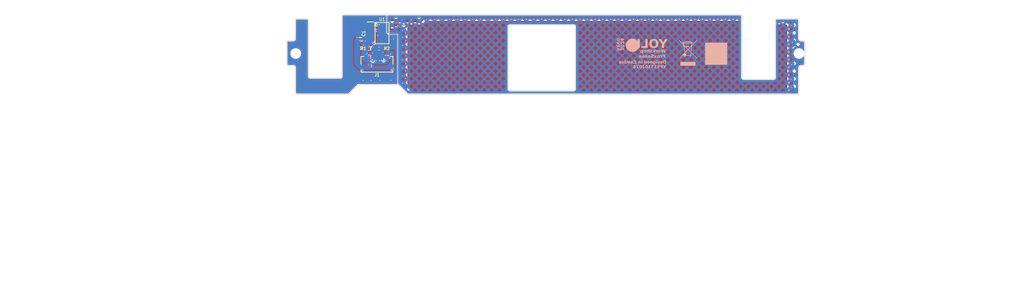
<source format=kicad_pcb>
(kicad_pcb (version 20240108) (generator "pcbnew") (generator_version "8.0")
  (title_block (title "Proximity Sensor") (date "2024-10-31") (rev "1") (company "Yolk Workshop") (comment 1 "ProxSense"))
  (layers (0 "F.Cu" signal) (31 "B.Cu" signal) (34 "B.Paste" user) (35 "F.Paste" user) (36 "B.SilkS" user "B.Silkscreen") (37 "F.SilkS" user "F.Silkscreen") (38 "B.Mask" user) (39 "F.Mask" user) (44 "Edge.Cuts" user))
  (net 0 "")
  (net 1 "+3.3V")
  (net 2 "GND")
  (net 3 "/EXT_SCL")
  (net 4 "/I2C_SCL")
  (net 5 "/EXT_SDA")
  (net 6 "/I2C_SDA")
  (net 7 "/EXT_ALRT")
  (net 8 "Shield")
  (net 9 "VCAP")
  (footprint "MountingHole:MountingHole_2.1mm" (layer "F.Cu") (at 218.2 80.27)
    (property "Reference" "REF**" (hide yes))
    (property "Value" "MountingHole_2.1mm")
    (pad "" np_thru_hole circle (at 0 0) (size 2.1 2.1) (drill 2.1) (layers "F&B.Cu" "*.Mask"))
  )
  (footprint "picostroke:046809610110846" (layer "F.Cu") (at 120.818545 82.769291)
    (property "Reference" "J1" (at 0.01 2.45 0) (layer "F.SilkS") (effects (font (size 0.7 0.7) (thickness 0.15) (bold yes))))
    (property "Value" "046809610110846" (hide yes))
    (fp_line (start -3.685 -1.8) (end -3.685 0) (stroke (width 0.2)) (layer "F.SilkS"))
    (fp_line (start -3.685 1.4) (end -3.685 1.8) (stroke (width 0.2)) (layer "F.SilkS"))
    (fp_line (start -3.685 1.8) (end -3.2 1.8) (stroke (width 0.2)) (layer "F.SilkS"))
    (fp_line (start -3.685 1.8) (end 3.685 1.8) (stroke (width 0.2)) (layer "F.SilkS"))
    (fp_line (start -3 -1.8) (end -3.685 -1.8) (stroke (width 0.2)) (layer "F.SilkS"))
    (fp_line (start -2.25 -2.6) (end -2.25 -2.6) (stroke (width 0.1)) (layer "F.SilkS"))
    (fp_line (start -2.25 -2.5) (end -2.25 -2.5) (stroke (width 0.1)) (layer "F.SilkS"))
    (fp_line (start 3 -1.8) (end 3.685 -1.8) (stroke (width 0.2)) (layer "F.SilkS"))
    (fp_line (start 3.685 -1.8) (end 3.685 0) (stroke (width 0.2)) (layer "F.SilkS"))
    (fp_line (start 3.685 1.4) (end 3.685 1.8) (stroke (width 0.2)) (layer "F.SilkS"))
    (fp_line (start 3.685 1.8) (end 3.2 1.8) (stroke (width 0.2)) (layer "F.SilkS"))
    (fp_arc (start -2.25 -2.6) (mid -2.2 -2.55) (end -2.25 -2.5) (stroke (width 0.1)) (layer "F.SilkS"))
    (fp_arc (start -2.25 -2.5) (mid -2.3 -2.55) (end -2.25 -2.6) (stroke (width 0.1)) (layer "F.SilkS"))
    (pad "1" smd rect (at -2.25 -1.7) (size 0.3 0.8) (layers "F.Cu" "F.Paste" "F.Mask") (net 2 "GND"))
    (pad "2" smd rect (at -1.75 -1.7) (size 0.3 0.8) (layers "F.Cu" "F.Paste" "F.Mask") (net 1 "+3.3V"))
    (pad "3" smd rect (at -1.25 -1.7) (size 0.3 0.8) (layers "F.Cu" "F.Paste" "F.Mask") (net 2 "GND"))
    (pad "4" smd rect (at -0.75 -1.7) (size 0.3 0.8) (layers "F.Cu" "F.Paste" "F.Mask") (net 7 "/EXT_ALRT"))
    (pad "5" smd rect (at -0.25 -1.7) (size 0.3 0.8) (layers "F.Cu" "F.Paste" "F.Mask") (net 2 "GND"))
    (pad "6" smd rect (at 0.25 -1.7) (size 0.3 0.8) (layers "F.Cu" "F.Paste" "F.Mask") (net 5 "/EXT_SDA"))
    (pad "7" smd rect (at 0.75 -1.7) (size 0.3 0.8) (layers "F.Cu" "F.Paste" "F.Mask") (net 2 "GND"))
    (pad "8" smd rect (at 1.25 -1.7) (size 0.3 0.8) (layers "F.Cu" "F.Paste" "F.Mask") (net 3 "/EXT_SCL"))
    (pad "9" smd rect (at 1.75 -1.7) (size 0.3 0.8) (layers "F.Cu" "F.Paste" "F.Mask") (net 2 "GND"))
    (pad "10" smd rect (at 2.25 -1.7) (size 0.3 0.8) (layers "F.Cu" "F.Paste" "F.Mask") (net 1 "+3.3V"))
    (pad "MP1" smd rect (at -3.475 0.8) (size 0.4 0.8) (layers "F.Cu" "F.Paste" "F.Mask"))
    (pad "MP2" smd rect (at 3.475 0.8) (size 0.4 0.8) (layers "F.Cu" "F.Paste" "F.Mask"))
  )
  (footprint "Package_SO_Custom:SOIC127P600X175-8N" (layer "F.Cu") (at 122 75.56)
    (property "Reference" "U1" (at 0 -3.18 0) (layer "F.SilkS") (effects (font (size 0.7 0.7) (thickness 0.125))))
    (property "Value" "CAP1293-1-SN" (hide yes))
    (fp_line (start -3.475001 -2.58) (end -1.948001 -2.58) (stroke (width 0.2)) (layer "F.SilkS"))
    (fp_line (start -1.598 -2.452) (end 1.598 -2.452) (stroke (width 0.2)) (layer "F.SilkS"))
    (fp_line (start -1.598 2.452) (end -1.598 -2.452) (stroke (width 0.2)) (layer "F.SilkS"))
    (fp_line (start 1.598 -2.452) (end 1.598 2.452) (stroke (width 0.2)) (layer "F.SilkS"))
    (fp_line (start 1.598 2.452) (end -1.598 2.452) (stroke (width 0.2)) (layer "F.SilkS"))
    (pad "1" smd rect (at -2.711 -1.905 90) (size 0.65 1.528) (layers "F.Cu" "F.Paste" "F.Mask") (net 7 "/EXT_ALRT"))
    (pad "2" smd rect (at -2.711 -0.635 90) (size 0.65 1.528) (layers "F.Cu" "F.Paste" "F.Mask") (net 6 "/I2C_SDA"))
    (pad "3" smd rect (at -2.711 0.635 90) (size 0.65 1.528) (layers "F.Cu" "F.Paste" "F.Mask") (net 4 "/I2C_SCL"))
    (pad "4" smd rect (at -2.711 1.905 90) (size 0.65 1.528) (layers "F.Cu" "F.Paste" "F.Mask") (net 1 "+3.3V"))
    (pad "5" smd rect (at 2.711 1.905 90) (size 0.65 1.528) (layers "F.Cu" "F.Paste" "F.Mask") (net 2 "GND"))
    (pad "6" smd rect (at 2.711 0.635 90) (size 0.65 1.528) (layers "F.Cu" "F.Paste" "F.Mask") (net 2 "GND"))
    (pad "7" smd rect (at 2.711 -0.635 90) (size 0.65 1.528) (layers "F.Cu" "F.Paste" "F.Mask") (net 8 "Shield"))
    (pad "8" smd rect (at 2.711 -1.905 90) (size 0.65 1.528) (layers "F.Cu" "F.Paste" "F.Mask") (net 9 "VCAP"))
  )
  (footprint "MountingHole:MountingHole_2.1mm" (layer "F.Cu") (at 102.068633 80.27)
    (property "Reference" "REF**" (hide yes))
    (property "Value" "MountingHole_2.1mm")
    (pad "" np_thru_hole circle (at 0 0) (size 2.1 2.1) (drill 2.1) (layers "*.Cu" "*.Mask"))
  )
  (footprint "Resistor_SMD:R_0402_1005Metric" (layer "F.Cu") (at 119.34 79.12)
    (property "Reference" "R1" (at -1.66 0 0) (layer "F.SilkS") (effects (font (size 0.7 0.7))))
    (property "Value" "0R")
    (fp_line (start -0.153641 -0.38) (end 0.153641 -0.38) (stroke (width 0.12)) (layer "F.SilkS"))
    (fp_line (start -0.153641 0.38) (end 0.153641 0.38) (stroke (width 0.12)) (layer "F.SilkS"))
    (pad "1" smd roundrect (at -0.509999 0) (size 0.54 0.64) (layers "F.Cu" "F.Paste" "F.Mask") (net 4 "/I2C_SCL"))
    (pad "2" smd roundrect (at 0.509999 0) (size 0.54 0.64) (layers "F.Cu" "F.Paste" "F.Mask") (net 3 "/EXT_SCL"))
  )
  (footprint "Capacitor_SMD:C_0402_1005Metric" (layer "F.Cu") (at 117.75 77.39 -90)
    (property "Reference" "C1" (at -1.74 0 90) (layer "F.SilkS") (effects (font (size 0.7 0.7))))
    (property "Value" "100n")
    (fp_line (start -0.107836 0.36) (end 0.107836 0.36) (stroke (width 0.12)) (layer "F.SilkS"))
    (fp_line (start -0.107836 -0.36) (end 0.107836 -0.36) (stroke (width 0.12)) (layer "F.SilkS"))
    (pad "1" smd roundrect (at -0.48 0 270) (size 0.56 0.62) (layers "F.Cu" "F.Paste" "F.Mask") (net 1 "+3.3V"))
    (pad "2" smd roundrect (at 0.48 0 270) (size 0.56 0.62) (layers "F.Cu" "F.Paste" "F.Mask") (net 2 "GND"))
  )
  (footprint "Resistor_SMD:R_0402_1005Metric" (layer "F.Cu") (at 121.28 79.12 180)
    (property "Reference" "R2" (at -1.82 0 0) (layer "F.SilkS") (effects (font (size 0.7 0.7))))
    (property "Value" "0R")
    (fp_line (start -0.153641 0.38) (end 0.153641 0.38) (stroke (width 0.12)) (layer "F.SilkS"))
    (fp_line (start -0.153641 -0.38) (end 0.153641 -0.38) (stroke (width 0.12)) (layer "F.SilkS"))
    (pad "1" smd roundrect (at -0.509999 0 180) (size 0.54 0.64) (layers "F.Cu" "F.Paste" "F.Mask") (net 6 "/I2C_SDA"))
    (pad "2" smd roundrect (at 0.509999 0 180) (size 0.54 0.64) (layers "F.Cu" "F.Paste" "F.Mask") (net 5 "/EXT_SDA"))
  )
  (footprint "Symbol:WEEE-Logo_4.2x6mm_SilkScreen" (layer "B.Cu") (at 192.57 80.06 180)
    (property "Reference" "REF**" (hide yes))
    (property "Value" "WEEE-Logo_4.2x6mm_SilkScreen" (hide yes))
    (fp_poly (pts (xy 1.747822 -3.017822) (xy -1.772971 -3.017822) (xy -1.772971 -2.150198) (xy 1.747822 -2.150198) (xy 1.747822 -3.017822)) (stroke (width 0.01)) (fill solid) (layer "B.SilkS"))
    (fp_poly (pts (xy 2.12443 2.935152) (xy 2.123811 2.848069) (xy 1.672086 2.389109) (xy 1.220361 1.930148) (xy 1.220032 1.71953) (xy 1.219703 1.508911) (xy 0.94461 1.508911) (xy 0.937522 1.45547) (xy 0.934838 1.431112) (xy 0.930313 1.385241) (xy 0.924191 1.320595) (xy 0.916712 1.239909) (xy 0.908119 1.145919) (xy 0.898654 1.041363) (xy 0.888558 0.928975) (xy 0.878074 0.811493) (xy 0.867444 0.691652) (xy 0.856909 0.572189) (xy 0.846713 0.455841) (xy 0.837095 0.345343) (xy 0.8283 0.243431) (xy 0.820568 0.152842) (xy 0.814142 0.076313) (xy 0.809262 0.016579) (xy 0.806175 -0.023624) (xy 0.805117 -0.041559) (xy 0.805118 -0.041644) (xy 0.812827 -0.056035) (xy 0.835981 -0.085748) (xy 0.874895 -0.131131) (xy 0.929884 -0.192529) (xy 1.001264 -0.270288) (xy 1.089349 -0.364754) (xy 1.194454 -0.476272) (xy 1.316895 -0.605188) (xy 1.35131 -0.641287) (xy 1.897137 -1.213416) (xy 1.808881 -1.301436) (xy 1.737485 -1.223758) (xy 1.711366 -1.195686) (xy 1.670566 -1.152274) (xy 1.617777 -1.096366) (xy 1.555691 -1.030808) (xy 1.487 -0.958441) (xy 1.414396 -0.882111) (xy 1.37096 -0.836524) (xy 1.289416 -0.751119) (xy 1.223504 -0.68271) (xy 1.171544 -0.630053) (xy 1.131855 -0.591905) (xy 1.102757 -0.56702) (xy 1.082568 -0.554156) (xy 1.06961 -0.552069) (xy 1.0622 -0.559513) (xy 1.058658 -0.575246) (xy 1.057303 -0.598023) (xy 1.057121 -0.604239) (xy 1.047703 -0.647061) (xy 1.024497 -0.698819) (xy 0.992136 -0.751328) (xy 0.955252 -0.796403) (xy 0.940493 -0.810327) (xy 0.864768 -0.859047) (xy 0.776308 -0.886306) (xy 0.6981 -0.892773) (xy 0.609468 -0.880576) (xy 0.527612 -0.844813) (xy 0.455164 -0.786722) (xy 0.441797 -0.772262) (xy 0.392918 -0.716733) (xy -0.452674 -0.716733) (xy -0.452674 -0.892773) (xy -0.67901 -0.892773) (xy -0.679011 -0.810531) (xy -0.68185 -0.754386) (xy -0.691393 -0.715416) (xy -0.702991 -0.694219) (xy -0.711277 -0.679052) (xy -0.718372 -0.657062) (xy -0.724748 -0.624987) (xy -0.730872 -0.579569) (xy -0.737216 -0.517548) (xy -0.74425 -0.435662) (xy -0.749066 -0.374746) (xy -0.771161 -0.089343) (xy -1.313565 -0.638805) (xy -1.411637 -0.738228) (xy -1.505784 -0.833815) (xy -1.594285 -0.92381) (xy -1.67542 -1.006457) (xy -1.747469 -1.080001) (xy -1.808712 -1.142684) (xy -1.857427 -1.192752) (xy -1.891896 -1.228447) (xy -1.910379 -1.247995) (xy -1.940744 -1.278944) (xy -1.966072 -1.30053) (xy -1.979695 -1.307723) (xy -1.997095 -1.299297) (xy -2.02246 -1.278245) (xy -2.031058 -1.269671) (xy -2.067514 -1.23162) (xy -1.866802 -1.027658) (xy -1.815596 -0.975699) (xy -1.749569 -0.90882) (xy -1.671618 -0.82995) (xy -1.584638 -0.742014) (xy -1.491526 -0.647941) (xy -1.39518 -0.550658) (xy -1.298492 -0.453094) (xy -1.229134 -0.383144) (xy -1.123703 -0.276549) (xy -1.035129 -0.186307) (xy -0.962281 -0.111192) (xy -0.904023 -0.049986) (xy -0.859225 -0.001466) (xy -0.837021 0.023871) (xy -0.658724 0.023871) (xy -0.636401 -0.261555) (xy -0.629669 -0.345219) (xy -0.623158 -0.421727) (xy -0.617234 -0.487081) (xy -0.612268 -0.537281) (xy -0.608629 -0.568329) (xy -0.607458 -0.575273) (xy -0.600839 -0.603565) (xy 0.348636 -0.603565) (xy 0.354974 -0.524606) (xy 0.37411 -0.431315) (xy 0.414155 -0.348791) (xy 0.472582 -0.280038) (xy 0.546871 -0.228063) (xy 0.630252 -0.196863) (xy 0.657302 -0.182228) (xy 0.670844 -0.150819) (xy 0.671128 -0.149434) (xy 0.672753 -0.136174) (xy 0.670744 -0.122595) (xy 0.663142 -0.106181) (xy 0.647983 -0.084411) (xy 0.623312 -0.054767) (xy 0.587165 -0.014732) (xy 0.53758 0.038216) (xy 0.472599 0.106591) (xy 0.468401 0.110995) (xy 0.398507 0.184389) (xy 0.3242 0.262563) (xy 0.250587 0.340136) (xy 0.182771 0.411725) (xy 0.12586 0.471949) (xy 0.113168 0.485413) (xy 0.064513 0.53618) (xy 0.021291 0.579625) (xy -0.013395 0.612759) (xy -0.036444 0.632595) (xy -0.044182 0.636954) (xy -0.055722 0.62783) (xy -0.08271 0.6028) (xy -0.123021 0.563947) (xy -0.174529 0.513357) (xy -0.235109 0.453112) (xy -0.302636 0.385295) (xy -0.357826 0.329435) (xy -0.658724 0.023871) (xy -0.837021 0.023871) (xy -0.826751 0.035589) (xy -0.805471 0.062401) (xy -0.794251 0.080192) (xy -0.791754 0.08843) (xy -0.7927 0.10641) (xy -0.795573 0.147108) (xy -0.800187 0.208181) (xy -0.806358 0.287287) (xy -0.813898 0.382086) (xy -0.822621 0.490233) (xy -0.832343 0.609388) (xy -0.842876 0.737209) (xy -0.851365 0.839365) (xy -0.899396 1.415327) (xy -0.775805 1.415327) (xy -0.775273 1.402896) (xy -0.772769 1.36789) (xy -0.768496 1.312785) (xy -0.762653 1.240057) (xy -0.755442 1.152186) (xy -0.747066 1.05165) (xy -0.737723 0.940923) (xy -0.728758 0.835795) (xy -0.718602 0.716517) (xy -0.709142 0.60392) (xy -0.700596 0.500695) (xy -0.693179 0.409527) (xy -0.687108 0.333105) (xy -0.682601 0.274117) (xy -0.679873 0.235251) (xy -0.679116 0.220156) (xy -0.677935 0.210762) (xy -0.673256 0.207034) (xy -0.663275 0.210529) (xy -0.64619 0.222801) (xy -0.620196 0.245406) (xy -0.58349 0.2799) (xy -0.534267 0.327838) (xy -0.470726 0.390776) (xy -0.403305 0.458032) (xy -0.127601 0.733524) (xy -0.129533 0.735594) (xy 0.05271 0.735594) (xy 0.061016 0.72422) (xy 0.084267 0.697437) (xy 0.120135 0.657708) (xy 0.166287 0.607493) (xy 0.220394 0.549254) (xy 0.280126 0.485453) (xy 0.343152 0.418551) (xy 0.407141 0.35101) (xy 0.469764 0.28529) (xy 0.52869 0.223854) (xy 0.581588 0.169163) (xy 0.626128 0.123678) (xy 0.65998 0.089862) (xy 0.680812 0.070174) (xy 0.686494 0.066163) (xy 0.688366 0.079109) (xy 0.692254 0.114866) (xy 0.697943 0.171196) (xy 0.705219 0.24586) (xy 0.713869 0.33662) (xy 0.723678 0.441238) (xy 0.734434 0.557474) (xy 0.745921 0.683092) (xy 0.755093 0.784382) (xy 0.766825 0.915721) (xy 0.777665 1.039448) (xy 0.78743 1.153319) (xy 0.795937 1.255088) (xy 0.803005 1.342513) (xy 0.808451 1.413347) (xy 0.812092 1.465347) (xy 0.813747 1.496268) (xy 0.813558 1.504297) (xy 0.803666 1.497146) (xy 0.778476 1.474159) (xy 0.740189 1.437561) (xy 0.691012 1.389578) (xy 0.633139 1.332434) (xy 0.568778 1.268353) (xy 0.500129 1.199562) (xy 0.429395 1.128284) (xy 0.358778 1.056745) (xy 0.29048 0.98717) (xy 0.226704 0.921783) (xy 0.16965 0.862809) (xy 0.121522 0.812473) (xy 0.084522 0.773001) (xy 0.060852 0.746617) (xy 0.05271 0.735594) (xy -0.129533 0.735594) (xy -0.230409 0.843705) (xy -0.282768 0.899623) (xy -0.341535 0.962052) (xy -0.404385 1.028557) (xy -0.468995 1.096702) (xy -0.533043 1.164052) (xy -0.594203 1.228172) (xy -0.650153 1.286628) (xy -0.698571 1.336982) (xy -0.737131 1.376802) (xy -0.763509 1.40365) (xy -0.775384 1.415092) (xy -0.775805 1.415327) (xy -0.899396 1.415327) (xy -0.911401 1.559274) (xy -1.511938 2.190842) (xy -2.112474 2.822411) (xy -2.112034 2.910686) (xy -2.111592 2.99896) (xy -2.014583 2.895334) (xy -1.960291 2.837537) (xy -1.896192 2.769632) (xy -1.824016 2.693428) (xy -1.745492 2.610731) (xy -1.662349 2.523347) (xy -1.576319 2.433085) (xy -1.48913 2.34175) (xy -1.402513 2.251152) (xy -1.318197 2.163093) (xy -1.237912 2.079385) (xy -1.163387 2.001833) (xy -1.096354 1.932243) (xy -1.038541 1.872424) (xy -0.991678 1.824182) (xy -0.957496 1.789324) (xy -0.937724 1.769656) (xy -0.93339 1.765884) (xy -0.933092 1.779008) (xy -0.934731 1.812611) (xy -0.938023 1.86212) (xy -0.942682 1.922963) (xy -0.944682 1.947267) (xy -0.959577 2.125049) (xy -0.842955 2.125049) (xy -0.836934 2.096757) (xy -0.833863 2.074382) (xy -0.829548 2.032283) (xy -0.824488 1.975822) (xy -0.81918 1.910365) (xy -0.817344 1.886137) (xy -0.811927 1.816579) (xy -0.806459 1.751982) (xy -0.801489 1.698452) (xy -0.797561 1.66209) (xy -0.796675 1.655491) (xy -0.793334 1.641944) (xy -0.786101 1.626086) (xy -0.77344 1.606139) (xy -0.753811 1.580327) (xy -0.725678 1.546871) (xy -0.687502 1.503993) (xy -0.637746 1.449918) (xy -0.574871 1.382864) (xy -0.497341 1.301057) (xy -0.418252 1.21805) (xy -0.339564 1.135906) (xy -0.266112 1.059831) (xy -0.199724 0.991675) (xy -0.142227 0.933288) (xy -0.095451 0.88652) (xy -0.061224 0.853218) (xy -0.041373 0.835233) (xy -0.03714 0.832557) (xy -0.026003 0.842259) (xy 0.000029 0.867559) (xy 0.03843 0.905918) (xy 0.086672 0.9548) (xy 0.14223 1.011666) (xy 0.182408 1.053094) (xy 0.392169 1.27) (xy -0.226337 1.27) (xy -0.226337 1.508911) (xy 0.528119 1.508911) (xy 0.528119 1.402458) (xy 0.666435 1.540346) (xy 0.764554 1.63816) (xy 0.955644 1.63816) (xy 0.957471 1.62273) (xy 0.966723 1.614133) (xy 0.98905 1.610388) (xy 1.030105 1.609511) (xy 1.037377 1.609505) (xy 1.119109 1.609504) (xy 1.119109 1.828828) (xy 1.037377 1.747821) (xy 0.99127 1.698572) (xy 0.963694 1.66084) (xy 0.955644 1.63816) (xy 0.764554 1.63816) (xy 0.804752 1.678234) (xy 0.804752 1.801048) (xy 0.805137 1.85755) (xy 0.8069 1.893495) (xy 0.81095 1.91347) (xy 0.818199 1.922063) (xy 0.82913 1.923861) (xy 0.841288 1.926502) (xy 0.850273 1.937088) (xy 0.857174 1.959618) (xy 0.863076 1.998091) (xy 0.869065 2.056502) (xy 0.870987 2.077896) (xy 0.875149 2.125049) (xy -0.842955 2.125049) (xy -0.959577 2.125049) (xy -1.119109 2.125049) (xy -1.119109 2.238219) (xy -1.051314 2.238218) (xy -1.011662 2.239304) (xy -0.990116 2.244546) (xy -0.98748 2.247666) (xy -0.848616 2.247666) (xy -0.841308 2.240538) (xy -0.815993 2.238338) (xy -0.798908 2.238218) (xy -0.741881 2.238218) (xy -0.529221 2.238218) (xy 0.885302 2.238218) (xy 0.837458 2.287214) (xy 0.76315 2.347676) (xy 0.671184 2.394309) (xy 0.560002 2.427751) (xy 0.449529 2.446247) (xy 0.377227 2.454878) (xy 0.377227 2.36396) (xy -0.201188 2.36396) (xy -0.201187 2.467107) (xy -0.286065 2.458504) (xy -0.345368 2.451244) (xy -0.408551 2.441621) (xy -0.446386 2.434748) (xy -0.521832 2.419594) (xy -0.525526 2.328906) (xy -0.529221 2.238218) (xy -0.741881 2.238218) (xy -0.741882 2.288515) (xy -0.743544 2.320024) (xy -0.747697 2.337537) (xy -0.749371 2.338812) (xy -0.767987 2.330746) (xy -0.795183 2.31118) (xy -0.822448 2.287056) (xy -0.841267 2.265318) (xy -0.842943 2.262492) (xy -0.848616 2.247666) (xy -0.98748 2.247666) (xy -0.979662 2.256919) (xy -0.975442 2.270396) (xy -0.958219 2.305373) (xy -0.925138 2.347421) (xy -0.881893 2.390644) (xy -0.834174 2.429147) (xy -0.80283 2.449199) (xy -0.767123 2.471149) (xy -0.748819 2.489589) (xy -0.742388 2.511331) (xy -0.741894 2.524282) (xy -0.741894 2.527425) (xy -0.100594 2.527425) (xy -0.100594 2.464554) (xy 0.276633 2.464554) (xy 0.276633 2.527424) (xy -0.100594 2.527425) (xy -0.741894 2.527425) (xy -0.741882 2.565148) (xy -0.636047 2.565148) (xy -0.587355 2.563971) (xy -0.549405 2.560835) (xy -0.528308 2.556329) (xy -0.526023 2.554505) (xy -0.512641 2.551705) (xy -0.480075 2.552852) (xy -0.433916 2.557607) (xy -0.402376 2.561997) (xy -0.345188 2.570622) (xy -0.292886 2.578409) (xy -0.253582 2.584154) (xy -0.242055 2.585785) (xy -0.211937 2.595112) (xy -0.201188 2.609728) (xy -0.197921 2.61568) (xy -0.18623 2.620222) (xy -0.163288 2.62353) (xy -0.126265 2.625785) (xy -0.072332 2.627165) (xy 0.00134 2.62785) (xy 0.08802 2.62802) (xy 0.180529 2.627923) (xy 0.250906 2.62747) (xy 0.302164 2.62641) (xy 0.33732 2.624497) (xy 0.359388 2.621481) (xy 0.371385 2.617115) (xy 0.376324 2.611151) (xy 0.377227 2.604216) (xy 0.384921 2.582205) (xy 0.410121 2.569679) (xy 0.456009 2.565212) (xy 0.464264 2.565148) (xy 0.541973 2.557132) (xy 0.630233 2.535064) (xy 0.721085 2.501916) (xy 0.80657 2.460661) (xy 0.878726 2.414269) (xy 0.888072 2.406918) (xy 0.918533 2.383002) (xy 0.936572 2.373424) (xy 0.949169 2.37652) (xy 0.9621 2.389296) (xy 1.000293 2.414321) (xy 1.049998 2.423929) (xy 1.103524 2.418933) (xy 1.153178 2.40015) (xy 1.191267 2.368393) (xy 1.194025 2.364703) (xy 1.222526 2.305425) (xy 1.227828 2.244066) (xy 1.210518 2.185573) (xy 1.17118 2.134896) (xy 1.16637 2.130711) (xy 1.13844 2.110833) (xy 1.110102 2.102079) (xy 1.070263 2.101447) (xy 1.060311 2.102008) (xy 1.021332 2.103438) (xy 1.001254 2.100162) (xy 0.993985 2.090272) (xy 0.99324 2.081039) (xy 0.991716 2.054256) (xy 0.987935 2.013975) (xy 0.985218 1.989876) (xy 0.981278 1.951599) (xy 0.982916 1.932005) (xy 0.992421 1.924842) (xy 1.009351 1.923861) (xy 1.019392 1.927099) (xy 1.03559 1.93758) (xy 1.059145 1.956452) (xy 1.091257 1.984865) (xy 1.133128 2.023965) (xy 1.185957 2.074903) (xy 1.250945 2.138827) (xy 1.329291 2.216886) (xy 1.422197 2.310228) (xy 1.530863 2.420002) (xy 1.58323 2.473048) (xy 2.125049 3.022233) (xy 2.12443 2.935152)) (stroke (width 0.01)) (fill solid) (layer "B.SilkS"))
  )
  (gr_circle (center 179.77 78.37) (end 179.77 79.81) (stroke (width 0.2)) (fill solid) (layer "B.SilkS"))
  (gr_rect (start 196.6 77.82) (end 201.6 82.82) (stroke (width 0.1)) (fill solid) (layer "B.SilkS"))
  (gr_arc (start 151.509996 88.8284) (mid 151.227156 88.711241) (end 151.109996 88.4284) (stroke (width 0.15)) (layer "Edge.Cuts"))
  (gr_arc (start 102.45 89.688634) (mid 102.098545 89.544291) (end 101.949996 89.183215) (stroke (width 0.15)) (layer "Edge.Cuts"))
  (gr_line (start 214.469682 89.688634) (end 217.689996 89.688634) (stroke (width 0.15)) (layer "Edge.Cuts"))
  (gr_line (start 212.351598 86.182132) (end 205.4301 86.182132) (stroke (width 0.15)) (layer "Edge.Cuts"))
  (gr_arc (start 99.971542 77.7173) (mid 100.088699 77.434445) (end 100.371542 77.317288) (stroke (width 0.15)) (layer "Edge.Cuts"))
  (gr_arc (start 219.573545 82.5693) (mid 219.427098 82.922844) (end 219.08078 83.069291) (stroke (width 0.15)) (layer "Edge.Cuts"))
  (gr_line (start 218.6713 77.312442) (end 218.6713 77.317288) (stroke (width 0.15)) (layer "Edge.Cuts"))
  (gr_line (start 102.349996 72.2443) (end 104.623545 72.2443) (stroke (width 0.15)) (layer "Edge.Cuts"))
  (gr_arc (start 151.109996 73.9884) (mid 151.197804 73.776431) (end 151.405027 73.688634) (stroke (width 0.15)) (layer "Edge.Cuts"))
  (gr_line (start 99.971542 77.7173) (end 99.971542 82.67426) (stroke (width 0.15)) (layer "Edge.Cuts"))
  (gr_arc (start 125.5981 87.468634) (mid 125.729604 87.494272) (end 125.841968 87.567514) (stroke (width 0.15)) (layer "Edge.Cuts"))
  (gr_line (start 114.069001 89.688634) (end 103.069996 89.688634) (stroke (width 0.15)) (layer "Edge.Cuts"))
  (gr_line (start 101.447355 77.317288) (end 100.371542 77.317288) (stroke (width 0.15)) (layer "Edge.Cuts"))
  (gr_line (start 205.030015 85.775933) (end 205.030015 71.694291) (stroke (width 0.15)) (layer "Edge.Cuts"))
  (gr_line (start 101.949996 83.466076) (end 101.949996 89.183215) (stroke (width 0.15)) (layer "Edge.Cuts"))
  (gr_line (start 219.08078 83.069291) (end 218.698545 83.069291) (stroke (width 0.15)) (layer "Edge.Cuts"))
  (gr_line (start 212.748545 72.636526) (end 212.748545 85.7821) (stroke (width 0.15)) (layer "Edge.Cuts"))
  (gr_line (start 114.322607 89.586007) (end 114.322615 89.586015) (stroke (width 0.15)) (layer "Edge.Cuts"))
  (gr_line (start 217.771447 72.236526) (end 213.148545 72.236526) (stroke (width 0.15)) (layer "Edge.Cuts"))
  (gr_arc (start 218.6713 77.312442) (mid 218.317848 77.166016) (end 218.171447 76.812443) (stroke (width 0.15)) (layer "Edge.Cuts"))
  (gr_line (start 218.6713 77.317288) (end 219.003952 77.317288) (stroke (width 0.15)) (layer "Edge.Cuts"))
  (gr_line (start 103.069996 89.688634) (end 102.45 89.688634) (stroke (width 0.15)) (layer "Edge.Cuts"))
  (gr_line (start 218.171447 76.812443) (end 218.171447 72.636526) (stroke (width 0.15)) (layer "Edge.Cuts"))
  (gr_arc (start 166.2698 73.688634) (mid 166.482062 73.776552) (end 166.569966 73.9888) (stroke (width 0.15)) (layer "Edge.Cuts"))
  (gr_line (start 113.142075 71.294291) (end 204.630015 71.294291) (stroke (width 0.15)) (layer "Edge.Cuts"))
  (gr_line (start 217.689996 89.688634) (end 217.689996 89.688594) (stroke (width 0.15)) (layer "Edge.Cuts"))
  (gr_line (start 214.469682 89.688634) (end 128.1167 89.688634) (stroke (width 0.15)) (layer "Edge.Cuts"))
  (gr_line (start 219.573545 77.809136) (end 219.573545 82.5693) (stroke (width 0.15)) (layer "Edge.Cuts"))
  (gr_arc (start 204.630015 71.294291) (mid 204.912858 71.411448) (end 205.030015 71.694291) (stroke (width 0.15)) (layer "Edge.Cuts"))
  (gr_arc (start 114.322607 89.586007) (mid 114.207286 89.662664) (end 114.069001 89.688634) (stroke (width 0.15)) (layer "Edge.Cuts"))
  (gr_arc (start 217.771447 72.236526) (mid 218.05425 72.353701) (end 218.171447 72.636526) (stroke (width 0.15)) (layer "Edge.Cuts"))
  (gr_line (start 101.949996 76.8173) (end 101.949996 72.6443) (stroke (width 0.15)) (layer "Edge.Cuts"))
  (gr_line (start 100.3716 83.069291) (end 101.55 83.069291) (stroke (width 0.15)) (layer "Edge.Cuts"))
  (gr_arc (start 101.949996 72.6443) (mid 102.067153 72.361457) (end 102.349996 72.2443) (stroke (width 0.15)) (layer "Edge.Cuts"))
  (gr_line (start 116.335315 87.573315) (end 114.322615 89.586015) (stroke (width 0.15)) (layer "Edge.Cuts"))
  (gr_arc (start 128.1167 89.688634) (mid 127.981059 89.661316) (end 127.86666 89.583663) (stroke (width 0.15)) (layer "Edge.Cuts"))
  (gr_arc (start 112.742075 71.694291) (mid 112.859232 71.411448) (end 113.142075 71.294291) (stroke (width 0.15)) (layer "Edge.Cuts"))
  (gr_arc (start 166.569996 88.4284) (mid 166.452839 88.711243) (end 166.169996 88.8284) (stroke (width 0.15)) (layer "Edge.Cuts"))
  (gr_arc (start 105.4236 85.932132) (mid 105.1407 85.814977) (end 105.023545 85.524202) (stroke (width 0.15)) (layer "Edge.Cuts"))
  (gr_line (start 125.5981 87.468634) (end 116.5851 87.468634) (stroke (width 0.15)) (layer "Edge.Cuts"))
  (gr_line (start 112.742075 71.694291) (end 112.742075 85.5321) (stroke (width 0.15)) (layer "Edge.Cuts"))
  (gr_arc (start 212.748545 72.636526) (mid 212.865702 72.353683) (end 213.148545 72.236526) (stroke (width 0.15)) (layer "Edge.Cuts"))
  (gr_line (start 166.169996 88.8284) (end 151.509996 88.8284) (stroke (width 0.15)) (layer "Edge.Cuts"))
  (gr_line (start 112.342075 85.932132) (end 105.4236 85.932132) (stroke (width 0.15)) (layer "Edge.Cuts"))
  (gr_arc (start 205.4301 86.182132) (mid 205.147174 86.064972) (end 205.030015 85.775933) (stroke (width 0.15)) (layer "Edge.Cuts"))
  (gr_arc (start 101.949996 76.8173) (mid 101.803549 77.170841) (end 101.447355 77.317288) (stroke (width 0.15)) (layer "Edge.Cuts"))
  (gr_line (start 151.109996 88.4284) (end 151.109996 73.9884) (stroke (width 0.15)) (layer "Edge.Cuts"))
  (gr_arc (start 100.3716 83.069291) (mid 100.088699 82.952134) (end 99.971542 82.67426) (stroke (width 0.15)) (layer "Edge.Cuts"))
  (gr_line (start 218.689707 83.069296) (end 218.698545 83.069291) (stroke (width 0.15)) (layer "Edge.Cuts"))
  (gr_arc (start 212.748545 85.7821) (mid 212.631376 86.064963) (end 212.351598 86.182132) (stroke (width 0.15)) (layer "Edge.Cuts"))
  (gr_arc (start 112.742075 85.5321) (mid 112.624917 85.814974) (end 112.342075 85.932132) (stroke (width 0.15)) (layer "Edge.Cuts"))
  (gr_line (start 127.86666 89.583663) (end 125.841968 87.567514) (stroke (width 0.15)) (layer "Edge.Cuts"))
  (gr_arc (start 219.003952 77.317288) (mid 219.427054 77.458908) (end 219.573545 77.809136) (stroke (width 0.15)) (layer "Edge.Cuts"))
  (gr_arc (start 218.189996 83.5693) (mid 218.336443 83.215738) (end 218.689707 83.069296) (stroke (width 0.15)) (layer "Edge.Cuts"))
  (gr_line (start 166.569996 73.9888) (end 166.569996 88.4284) (stroke (width 0.15)) (layer "Edge.Cuts"))
  (gr_arc (start 218.189996 89.1887) (mid 218.043591 89.542192) (end 217.689996 89.688594) (stroke (width 0.15)) (layer "Edge.Cuts"))
  (gr_arc (start 104.623545 72.2443) (mid 104.906359 72.361473) (end 105.023545 72.6443) (stroke (width 0.15)) (layer "Edge.Cuts"))
  (gr_line (start 218.189996 89.1887) (end 218.189996 83.5693) (stroke (width 0.15)) (layer "Edge.Cuts"))
  (gr_line (start 105.023545 85.524202) (end 105.023545 72.6443) (stroke (width 0.15)) (layer "Edge.Cuts"))
  (gr_line (start 166.569966 73.9888) (end 166.569996 73.9888) (stroke (width 0.15)) (layer "Edge.Cuts"))
  (gr_arc (start 116.335315 87.573315) (mid 116.451021 87.495293) (end 116.5851 87.468634) (stroke (width 0.15)) (layer "Edge.Cuts"))
  (gr_arc (start 101.55 83.069291) (mid 101.832839 83.186448) (end 101.949996 83.466076) (stroke (width 0.15)) (layer "Edge.Cuts"))
  (gr_line (start 151.405027 73.688634) (end 166.2698 73.688634) (stroke (width 0.15)) (layer "Edge.Cuts"))
  (gr_text "2024" (at 176.915858 79.64 -90) (layer "B.SilkS") (effects (font (size 0.75 0.75) (thickness 0.125) (bold yes)) (justify left bottom mirror)))
  (gr_text "Workshop" (at 187.46 80.17 0) (layer "B.SilkS") (effects (font (size 0.75 0.75) (thickness 0.125) (bold yes)) (justify left bottom mirror)))
  (gr_text "YPS15102024" (at 187.54 83.79 0) (layer "B.SilkS") (effects (font (size 0.7 0.7) (thickness 0.14) (bold yes)) (justify left bottom mirror)))
  (gr_text "REV0" (at 176.025858 79.62 -90) (layer "B.SilkS") (effects (font (size 0.7 0.7) (thickness 0.14) (bold yes)) (justify left bottom mirror)))
  (gr_text "ProxSense" (at 187.43 81.38 0) (layer "B.SilkS") (effects (font (size 0.75 0.75) (thickness 0.125) (bold yes)) (justify left bottom mirror)))
  (gr_text "YOLK" (at 187.84 79.33 0) (layer "B.SilkS") (effects (font (size 2 2) (thickness 0.2) (bold yes)) (justify left bottom mirror)))
  (gr_text "Designed in Zambia" (at 187.6 82.71 0) (layer "B.SilkS") (effects (font (size 0.7 0.7) (thickness 0.14) (bold yes)) (justify left bottom mirror)))
  (segment (start 116.873545 77.242873) (end 117.206418 76.91) (width 0.35) (layer "F.Cu") (net 1))
  (segment (start 119.523545 83.344291) (end 119.498545 83.319291) (width 0.2) (layer "F.Cu") (net 1))
  (segment (start 123.648545 81.069291) (end 123.973545 80.744291) (width 0.35) (layer "F.Cu") (net 1))
  (segment (start 117.206418 76.91) (end 117.75 76.91) (width 0.35) (layer "F.Cu") (net 1))
  (segment (start 118.241741 77.362487) (end 117.789254 76.91) (width 0.35) (layer "F.Cu") (net 1))
  (segment (start 123.89352 80.369291) (end 123.973545 80.369291) (width 0.2) (layer "F.Cu") (net 1))
  (segment (start 123.068545 81.069291) (end 123.648545 81.069291) (width 0.35) (layer "F.Cu") (net 1))
  (segment (start 117.789254 76.91) (end 117.75 76.91) (width 0.35) (layer "F.Cu") (net 1))
  (segment (start 119.289 77.465) (end 118.489229 77.465) (width 0.35) (layer "F.Cu") (net 1))
  (segment (start 123.973545 80.744291) (end 123.973545 80.369291) (width 0.35) (layer "F.Cu") (net 1))
  (segment (start 119.068545 82.889291) (end 119.068545 81.069291) (width 0.35) (layer "F.Cu") (net 1))
  (segment (start 119.523545 83.344291) (end 119.068545 82.889291) (width 0.35) (layer "F.Cu") (net 1))
  (via (at 116.873545 77.242873) (size 0.5) (drill 0.2) (layers "F.Cu" "B.Cu") (net 1))
  (via (at 119.523545 83.344291) (size 0.5) (drill 0.2) (layers "F.Cu" "B.Cu") (net 1))
  (via (at 119.523545 83.344291) (size 0.5) (drill 0.2) (layers "F.Cu" "B.Cu") (net 1))
  (via (at 123.973545 80.369291) (size 0.5) (drill 0.2) (layers "F.Cu" "B.Cu") (net 1))
  (arc (start 118.241741 77.362487) (mid 118.355289 77.438358) (end 118.489229 77.465) (width 0.35) (layer "F.Cu") (net 1))
  (segment (start 124.23 82.36) (end 124.23 80.66) (width 0.35) (layer "B.Cu") (net 1))
  (segment (start 124.23 80.66) (end 123.973545 80.403545) (width 0.35) (layer "B.Cu") (net 1))
  (segment (start 117.998545 83.344291) (end 123.245709 83.344291) (width 0.35) (layer "B.Cu") (net 1))
  (segment (start 116.598545 81.944291) (end 117.998545 83.344291) (width 0.35) (layer "B.Cu") (net 1))
  (segment (start 123.973545 80.403545) (end 123.973545 80.369291) (width 0.35) (layer "B.Cu") (net 1))
  (segment (start 116.873545 77.242873) (end 116.598545 77.517873) (width 0.35) (layer "B.Cu") (net 1))
  (segment (start 123.245709 83.344291) (end 124.23 82.36) (width 0.35) (layer "B.Cu") (net 1))
  (segment (start 116.598545 77.517873) (end 116.598545 81.944291) (width 0.35) (layer "B.Cu") (net 1))
  (segment (start 118.568545 80.714291) (end 118.323545 80.469291) (width 0.2) (layer "F.Cu") (net 2))
  (segment (start 117.748545 77.871455) (end 117.75 77.87) (width 0.2) (layer "F.Cu") (net 2))
  (segment (start 118.568545 81.069291) (end 118.568545 80.714291) (width 0.2) (layer "F.Cu") (net 2))
  (segment (start 121.568545 81.069291) (end 121.568545 81.799291) (width 0.2) (layer "F.Cu") (net 2))
  (segment (start 122.568545 80.327893) (end 122.216744 79.976092) (width 0.2) (layer "F.Cu") (net 2))
  (segment (start 121.568545 81.799291) (end 121.423545 81.944291) (width 0.2) (layer "F.Cu") (net 2))
  (segment (start 119.568545 80.449291) (end 119.798545 80.219291) (width 0.2) (layer "F.Cu") (net 2))
  (segment (start 120.568545 81.914291) (end 120.623545 81.969291) (width 0.2) (layer "F.Cu") (net 2))
  (segment (start 119.568545 81.069291) (end 119.568545 80.449291) (width 0.2) (layer "F.Cu") (net 2))
  (segment (start 120.568545 81.069291) (end 120.568545 81.914291) (width 0.2) (layer "F.Cu") (net 2))
  (segment (start 124.711 77.465) (end 124.711 76.195) (width 0.5) (layer "F.Cu") (net 2))
  (segment (start 122.568545 81.069291) (end 122.568545 80.327893) (width 0.2) (layer "F.Cu") (net 2))
  (segment (start 117.748545 78.344291) (end 117.748545 77.871455) (width 0.2) (layer "F.Cu") (net 2))
  (via (at 119.798545 80.219291) (size 0.5) (drill 0.2) (layers "F.Cu" "B.Cu") (net 2))
  (via (at 117.748545 78.344291) (size 0.5) (drill 0.2) (layers "F.Cu" "B.Cu") (net 2))
  (via (at 117.623545 86.469291) (size 0.5) (drill 0.2) (layers "F.Cu" "B.Cu") (net 2))
  (via (at 121.523545 86.444291) (size 0.5) (drill 0.2) (layers "F.Cu" "B.Cu") (net 2))
  (via (at 118.323545 80.469291) (size 0.5) (drill 0.2) (layers "F.Cu" "B.Cu") (net 2))
  (via (at 120.99 76.11) (size 0.5) (drill 0.2) (layers "F.Cu" "B.Cu") (net 2))
  (via (at 119.423545 86.469291) (size 0.5) (drill 0.2) (layers "F.Cu" "B.Cu") (net 2))
  (via (at 122.216744 79.976092) (size 0.5) (drill 0.2) (layers "F.Cu" "B.Cu") (net 2))
  (via (at 121.423545 81.944291) (size 0.5) (drill 0.2) (layers "F.Cu" "B.Cu") (net 2))
  (via (at 124.711 76.92) (size 0.5) (drill 0.2) (layers "F.Cu" "B.Cu") (net 2))
  (via (at 120.623545 81.969291) (size 0.5) (drill 0.2) (layers "F.Cu" "B.Cu") (net 2))
  (via (at 121.348545 73.619291) (size 0.5) (drill 0.2) (layers "F.Cu" "B.Cu") (net 2))
  (via (at 123.998545 86.444291) (size 0.5) (drill 0.2) (layers "F.Cu" "B.Cu") (net 2))
  (segment (start 119.849999 79.12) (end 119.849999 78.567837) (width 0.2) (layer "F.Cu") (net 3))
  (segment (start 122.068545 81.069291) (end 122.068545 81.639291) (width 0.2) (layer "F.Cu") (net 3))
  (segment (start 122.068545 80.464291) (end 122.068545 81.069291) (width 0.2) (layer "F.Cu") (net 3))
  (segment (start 122.068545 81.639291) (end 122.323545 81.894291) (width 0.2) (layer "F.Cu") (net 3))
  (segment (start 120.048545 78.369291) (end 121.019999 78.369291) (width 0.2) (layer "F.Cu") (net 3))
  (segment (start 121.319999 78.669291) (end 121.319999 79.715745) (width 0.2) (layer "F.Cu") (net 3))
  (segment (start 121.319999 79.715745) (end 122.068545 80.464291) (width 0.2) (layer "F.Cu") (net 3))
  (segment (start 121.019999 78.369291) (end 121.319999 78.669291) (width 0.2) (layer "F.Cu") (net 3))
  (segment (start 119.849999 78.567837) (end 120.048545 78.369291) (width 0.2) (layer "F.Cu") (net 3))
  (via (at 122.323545 81.894291) (size 0.5) (drill 0.2) (layers "F.Cu" "B.Cu") (net 3))
  (segment (start 117.099254 79.12) (end 118.830001 79.12) (width 0.2) (layer "F.Cu") (net 4))
  (segment (start 116.797836 76.195) (end 116.423545 76.569291) (width 0.2) (layer "F.Cu") (net 4))
  (segment (start 119.289 76.195) (end 116.797836 76.195) (width 0.2) (layer "F.Cu") (net 4))
  (segment (start 116.423545 78.444291) (end 117.099254 79.12) (width 0.2) (layer "F.Cu") (net 4))
  (segment (start 116.423545 76.569291) (end 116.423545 78.444291) (width 0.2) (layer "F.Cu") (net 4))
  (segment (start 121.068545 80.469291) (end 120.770001 80.170747) (width 0.2) (layer "F.Cu") (net 5))
  (segment (start 120.770001 80.170747) (end 120.770001 79.12) (width 0.2) (layer "F.Cu") (net 5))
  (segment (start 121.068545 81.069291) (end 121.068545 80.469291) (width 0.2) (layer "F.Cu") (net 5))
  (segment (start 120.770736 74.925) (end 119.289 74.925) (width 0.2) (layer "F.Cu") (net 6))
  (segment (start 121.702131 75.732131) (end 120.982868 75.012868) (width 0.2) (layer "F.Cu") (net 6))
  (segment (start 121.789999 79.12) (end 121.789999 75.944263) (width 0.2) (layer "F.Cu") (net 6))
  (arc (start 120.982868 75.012868) (mid 120.885541 74.947836) (end 120.770736 74.925) (width 0.2) (layer "F.Cu") (net 6))
  (arc (start 121.702131 75.732131) (mid 121.767163 75.829458) (end 121.789999 75.944263) (width 0.2) (layer "F.Cu") (net 6))
  (segment (start 119.848545 82.019291) (end 120.068545 81.799291) (width 0.2) (layer "F.Cu") (net 7))
  (segment (start 119.299709 73.644291) (end 119.289 73.655) (width 0.2) (layer "F.Cu") (net 7))
  (segment (start 120.523545 73.644291) (end 119.299709 73.644291) (width 0.2) (layer "F.Cu") (net 7))
  (segment (start 120.068545 81.799291) (end 120.068545 81.069291) (width 0.2) (layer "F.Cu") (net 7))
  (via (at 119.848545 82.019291) (size 0.5) (drill 0.2) (layers "F.Cu" "B.Cu") (net 7))
  (via (at 120.523545 73.644291) (size 0.5) (drill 0.2) (layers "F.Cu" "B.Cu") (net 7))
  (segment (start 119.123545 81.469291) (end 119.123545 78.919291) (width 0.2) (layer "B.Cu") (net 7))
  (segment (start 120.523545 77.519291) (end 120.523545 73.644291) (width 0.2) (layer "B.Cu") (net 7))
  (segment (start 119.848545 82.019291) (end 119.673545 82.019291) (width 0.2) (layer "B.Cu") (net 7))
  (segment (start 119.123545 78.919291) (end 120.523545 77.519291) (width 0.2) (layer "B.Cu") (net 7))
  (segment (start 119.673545 82.019291) (end 119.123545 81.469291) (width 0.2) (layer "B.Cu") (net 7))
  (segment (start 126.675 74.925) (end 124.711 74.925) (width 0.5) (layer "F.Cu") (net 8))
  (segment (start 126.71 74.89) (end 126.675 74.925) (width 0.5) (layer "F.Cu") (net 8))
  (via (at 126.598545 72.519291) (size 0.5) (drill 0.2) (layers "F.Cu" "B.Cu") (net 8))
  (via (at 216.473545 88.119291) (size 0.5) (drill 0.2) (layers "F.Cu" "B.Cu") (net 8))
  (via (at 126.71 83.569291) (size 0.5) (drill 0.2) (layers "F.Cu" "B.Cu") (net 8))
  (via (at 126.71 76.519291) (size 0.5) (drill 0.2) (layers "F.Cu" "B.Cu") (net 8))
  (via (at 126.71 87.119291) (size 0.5) (drill 0.2) (layers "F.Cu" "B.Cu") (net 8))
  (via (at 128.698545 72.519291) (size 0.5) (drill 0.2) (layers "F.Cu" "B.Cu") (net 8))
  (via (at 126.71 78.419291) (size 0.5) (drill 0.2) (layers "F.Cu" "B.Cu") (net 8))
  (via (at 216.723545 77.669291) (size 0.5) (drill 0.2) (layers "F.Cu" "B.Cu") (net 8))
  (via (at 216.448545 86.219291) (size 0.5) (drill 0.2) (layers "F.Cu" "B.Cu") (net 8))
  (via (at 126.71 79.994291) (size 0.5) (drill 0.2) (layers "F.Cu" "B.Cu") (net 8))
  (via (at 126.71 81.744291) (size 0.5) (drill 0.2) (layers "F.Cu" "B.Cu") (net 8))
  (via (at 126.71 74.89) (size 0.5) (drill 0.2) (layers "F.Cu" "B.Cu") (net 8))
  (via (at 216.473545 73.794291) (size 0.5) (drill 0.2) (layers "F.Cu" "B.Cu") (net 8))
  (via (at 126.71 85.394291) (size 0.5) (drill 0.2) (layers "F.Cu" "B.Cu") (net 8))
  (via (at 216.498545 82.844291) (size 0.5) (drill 0.2) (layers "F.Cu" "B.Cu") (net 8))
  (segment (start 124.711 73.655) (end 133.115 73.655) (width 0.2) (layer "F.Cu") (net 9))
  (segment (start 133.115 73.655) (end 133.14 73.63) (width 1) (layer "F.Cu") (net 9))
  (zone (net 9) (net_name "VCAP") (layer "F.Cu") (priority 17540) (connect_pads yes (clearance 0)) (min_thickness 0.0254) (fill yes (thermal_gap 0.5) (thermal_bridge_width 0.5))
    (polygon (pts (xy 124.811 73.755) (xy 124.811 73.555) (xy 124.611 73.555) (xy 124.611 73.755)))
  )
  (zone (net 9) (net_name "VCAP") (layer "F.Cu") (priority 2) (connect_pads (clearance 0.1)) (min_thickness 0.1) (fill yes (thermal_gap 0.5) (thermal_bridge_width 0.5) (smoothing fillet) (radius 0.5))
    (polygon (pts (xy 131.175497 73.61) (xy 131.973545 72.78254) (xy 212.053463 72.734964) (xy 212.771101 73.5279) (xy 215.218861 73.524181) (xy 215.498545 73.782958) (xy 215.498545 89.174622) (xy 215.026796 89.65) (xy 129.415 89.65) (xy 127.832089 88.067089) (xy 127.842172 73.61)))
  )
  (zone (net 9) (net_name "VCAP") (layer "F.Cu") (priority 17540) (connect_pads yes (clearance 0)) (min_thickness 0.0254) (fill yes (thermal_gap 0.5) (thermal_bridge_width 0.5))
    (polygon (pts (xy 124.811 73.755) (xy 124.811 73.555) (xy 124.611 73.555) (xy 124.611 73.755)))
  )
  (zone (net 9) (net_name "VCAP") (layer "F.Cu") (priority 17540) (connect_pads yes (clearance 0)) (min_thickness 0.0254) (fill yes (thermal_gap 0.5) (thermal_bridge_width 0.5))
    (polygon (pts (xy 124.811 73.755) (xy 124.811 73.555) (xy 124.611 73.555) (xy 124.611 73.755)))
  )
  (zone (net 9) (net_name "VCAP") (layer "F.Cu") (priority 17540) (connect_pads yes (clearance 0)) (min_thickness 0.0254) (fill yes (thermal_gap 0.5) (thermal_bridge_width 0.5))
    (polygon (pts (xy 132.432894 73.63) (xy 133.14 74.337106) (xy 133.847106 73.63) (xy 133.14 72.922894)))
  )
  (zone (net 2) (net_name "GND") (layers "F&B.Cu") (connect_pads yes (clearance 0.2)) (min_thickness 0.1) (fill yes (thermal_gap 0.5) (thermal_bridge_width 0.5))
    (polygon (pts (xy 98.38 70.63) (xy 122.24 70.63) (xy 123.18 71.57) (xy 123.18 75.49) (xy 123.41 75.72) (xy 125.61 75.72) (xy 125.72 75.83) (xy 125.72 87.98) (xy 123.39 90.31) (xy 101.71 90.31) (xy 98.38 90.31)))
  )
  (zone (net 8) (net_name "Shield") (layers "F&B.Cu") (priority 1) (connect_pads yes (clearance 0.1)) (min_thickness 0.1) (fill yes (mode hatch) (thermal_gap 0.5) (thermal_bridge_width 0.5) (smoothing fillet) (radius 0.4) (hatch_thickness 0.5) (hatch_gap 0.75) (hatch_orientation 45) (hatch_smoothing_level 1) (hatch_smoothing_value 0.2) (hatch_border_algorithm hatch_thickness) (hatch_min_hole_area 0.3))
    (polygon (pts (xy 123.18 75.49) (xy 123.41 75.72) (xy 125.61 75.72) (xy 125.72 75.83) (xy 125.72 87.72) (xy 127.81 89.81) (xy 220 89.81) (xy 221.59 88.22) (xy 221.59 71.26) (xy 221.37 71.04) (xy 123.68 71.04) (xy 123.18 71.54)))
  )
  (zone (net 1) (net_name "+3.3V") (layer "B.Cu") (priority 3) (connect_pads yes (clearance 0.1)) (min_thickness 0.1) (fill yes (thermal_gap 0.5) (thermal_bridge_width 0.5) (smoothing fillet) (radius 0.5))
    (polygon (pts (xy 117.098545 76.694291) (xy 117.223545 76.819291) (xy 117.223545 77.394291) (xy 116.948545 77.669291) (xy 116.948545 81.619291) (xy 118.348545 83.019291) (xy 123.023545 83.019291) (xy 123.848545 82.194291) (xy 123.848545 80.994291) (xy 123.498545 80.644291) (xy 122.898545 80.644291) (xy 122.673545 80.419291) (xy 122.673545 79.994291) (xy 123.048545 79.619291) (xy 124.523545 79.619291) (xy 124.848545 79.944291) (xy 124.848545 83.294291) (xy 124.098545 84.044291) (xy 116.773545 84.044291) (xy 115.548545 82.819291) (xy 115.548545 76.994291) (xy 115.848545 76.694291)))
  )
)
</source>
